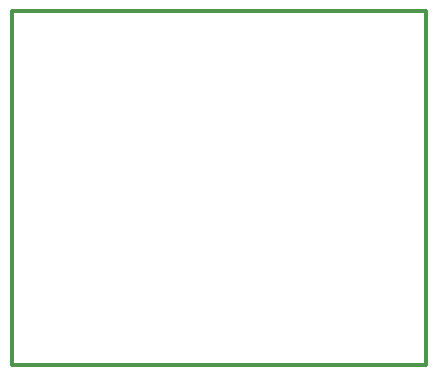
<source format=gbr>
G04 #@! TF.GenerationSoftware,KiCad,Pcbnew,(5.1.4)-1*
G04 #@! TF.CreationDate,2021-02-16T23:36:19+03:00*
G04 #@! TF.ProjectId,NAB_A,4e41425f-412e-46b6-9963-61645f706362,rev?*
G04 #@! TF.SameCoordinates,Original*
G04 #@! TF.FileFunction,Profile,NP*
%FSLAX46Y46*%
G04 Gerber Fmt 4.6, Leading zero omitted, Abs format (unit mm)*
G04 Created by KiCad (PCBNEW (5.1.4)-1) date 2021-02-16 23:36:19*
%MOMM*%
%LPD*%
G04 APERTURE LIST*
%ADD10C,0.300000*%
G04 APERTURE END LIST*
D10*
X210000000Y-70000000D02*
X245000000Y-70000000D01*
X210000000Y-40000000D02*
X210000000Y-70000000D01*
X245000000Y-40000000D02*
X210000000Y-40000000D01*
X245000000Y-70000000D02*
X245000000Y-40000000D01*
M02*

</source>
